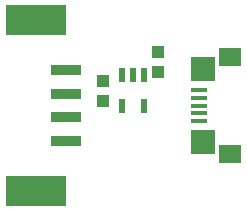
<source format=gtp>
G04 EAGLE Gerber X2 export*
%TF.Part,Single*%
%TF.FileFunction,Paste,Top*%
%TF.FilePolarity,Positive*%
%TF.GenerationSoftware,Autodesk,EAGLE,9.0.0*%
%TF.CreationDate,2018-04-29T22:15:43Z*%
G75*
%MOMM*%
%FSLAX34Y34*%
%LPD*%
%AMOC8*
5,1,8,0,0,1.08239X$1,22.5*%
G01*
%ADD10R,2.500000X0.900000*%
%ADD11R,5.150000X2.500000*%
%ADD12R,0.558800X1.270000*%
%ADD13R,2.000000X2.100000*%
%ADD14R,1.900000X1.600000*%
%ADD15R,1.350000X0.400000*%
%ADD16R,1.100000X1.000000*%


D10*
X139800Y131600D03*
X139800Y111600D03*
X139800Y91600D03*
X139800Y71600D03*
D11*
X115000Y174100D03*
X115000Y29100D03*
D12*
X206248Y127254D03*
X196850Y127254D03*
X187452Y127254D03*
X187452Y101346D03*
X206248Y101346D03*
D13*
X255900Y70600D03*
X255900Y132600D03*
D14*
X279400Y60600D03*
X279400Y142600D03*
D15*
X252650Y88600D03*
X252650Y95100D03*
X252650Y101600D03*
X252650Y108100D03*
X252650Y114600D03*
D16*
X171450Y105800D03*
X171450Y122800D03*
X218440Y146930D03*
X218440Y129930D03*
M02*

</source>
